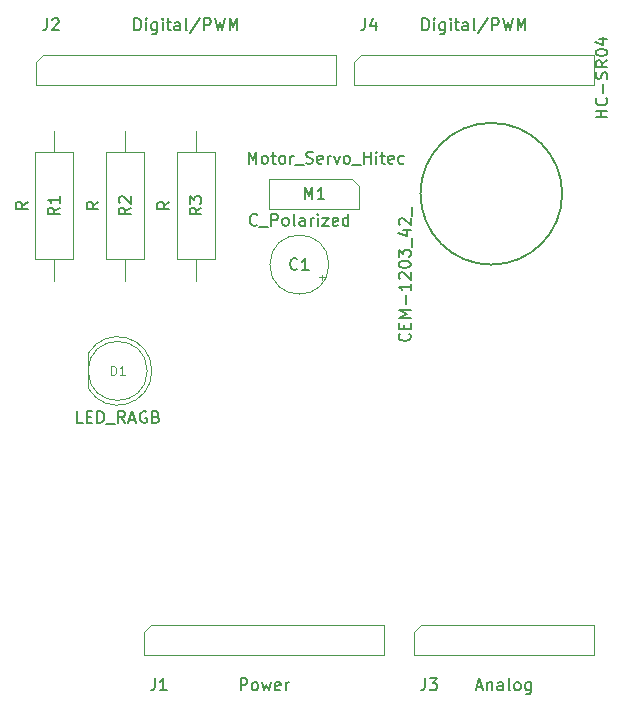
<source format=gbr>
%TF.GenerationSoftware,KiCad,Pcbnew,9.0.0*%
%TF.CreationDate,2025-03-02T04:05:25-07:00*%
%TF.ProjectId,bubble_detector_v2.1,62756262-6c65-45f6-9465-746563746f72,2.1*%
%TF.SameCoordinates,Original*%
%TF.FileFunction,AssemblyDrawing,Top*%
%FSLAX46Y46*%
G04 Gerber Fmt 4.6, Leading zero omitted, Abs format (unit mm)*
G04 Created by KiCad (PCBNEW 9.0.0) date 2025-03-02 04:05:25*
%MOMM*%
%LPD*%
G01*
G04 APERTURE LIST*
%ADD10C,0.150000*%
%ADD11C,0.120000*%
%ADD12C,0.100000*%
%ADD13C,0.127000*%
G04 APERTURE END LIST*
D10*
X121178570Y-62609580D02*
X121130951Y-62657200D01*
X121130951Y-62657200D02*
X120988094Y-62704819D01*
X120988094Y-62704819D02*
X120892856Y-62704819D01*
X120892856Y-62704819D02*
X120749999Y-62657200D01*
X120749999Y-62657200D02*
X120654761Y-62561961D01*
X120654761Y-62561961D02*
X120607142Y-62466723D01*
X120607142Y-62466723D02*
X120559523Y-62276247D01*
X120559523Y-62276247D02*
X120559523Y-62133390D01*
X120559523Y-62133390D02*
X120607142Y-61942914D01*
X120607142Y-61942914D02*
X120654761Y-61847676D01*
X120654761Y-61847676D02*
X120749999Y-61752438D01*
X120749999Y-61752438D02*
X120892856Y-61704819D01*
X120892856Y-61704819D02*
X120988094Y-61704819D01*
X120988094Y-61704819D02*
X121130951Y-61752438D01*
X121130951Y-61752438D02*
X121178570Y-61800057D01*
X121369047Y-62800057D02*
X122130951Y-62800057D01*
X122369047Y-62704819D02*
X122369047Y-61704819D01*
X122369047Y-61704819D02*
X122749999Y-61704819D01*
X122749999Y-61704819D02*
X122845237Y-61752438D01*
X122845237Y-61752438D02*
X122892856Y-61800057D01*
X122892856Y-61800057D02*
X122940475Y-61895295D01*
X122940475Y-61895295D02*
X122940475Y-62038152D01*
X122940475Y-62038152D02*
X122892856Y-62133390D01*
X122892856Y-62133390D02*
X122845237Y-62181009D01*
X122845237Y-62181009D02*
X122749999Y-62228628D01*
X122749999Y-62228628D02*
X122369047Y-62228628D01*
X123511904Y-62704819D02*
X123416666Y-62657200D01*
X123416666Y-62657200D02*
X123369047Y-62609580D01*
X123369047Y-62609580D02*
X123321428Y-62514342D01*
X123321428Y-62514342D02*
X123321428Y-62228628D01*
X123321428Y-62228628D02*
X123369047Y-62133390D01*
X123369047Y-62133390D02*
X123416666Y-62085771D01*
X123416666Y-62085771D02*
X123511904Y-62038152D01*
X123511904Y-62038152D02*
X123654761Y-62038152D01*
X123654761Y-62038152D02*
X123749999Y-62085771D01*
X123749999Y-62085771D02*
X123797618Y-62133390D01*
X123797618Y-62133390D02*
X123845237Y-62228628D01*
X123845237Y-62228628D02*
X123845237Y-62514342D01*
X123845237Y-62514342D02*
X123797618Y-62609580D01*
X123797618Y-62609580D02*
X123749999Y-62657200D01*
X123749999Y-62657200D02*
X123654761Y-62704819D01*
X123654761Y-62704819D02*
X123511904Y-62704819D01*
X124416666Y-62704819D02*
X124321428Y-62657200D01*
X124321428Y-62657200D02*
X124273809Y-62561961D01*
X124273809Y-62561961D02*
X124273809Y-61704819D01*
X125226190Y-62704819D02*
X125226190Y-62181009D01*
X125226190Y-62181009D02*
X125178571Y-62085771D01*
X125178571Y-62085771D02*
X125083333Y-62038152D01*
X125083333Y-62038152D02*
X124892857Y-62038152D01*
X124892857Y-62038152D02*
X124797619Y-62085771D01*
X125226190Y-62657200D02*
X125130952Y-62704819D01*
X125130952Y-62704819D02*
X124892857Y-62704819D01*
X124892857Y-62704819D02*
X124797619Y-62657200D01*
X124797619Y-62657200D02*
X124750000Y-62561961D01*
X124750000Y-62561961D02*
X124750000Y-62466723D01*
X124750000Y-62466723D02*
X124797619Y-62371485D01*
X124797619Y-62371485D02*
X124892857Y-62323866D01*
X124892857Y-62323866D02*
X125130952Y-62323866D01*
X125130952Y-62323866D02*
X125226190Y-62276247D01*
X125702381Y-62704819D02*
X125702381Y-62038152D01*
X125702381Y-62228628D02*
X125750000Y-62133390D01*
X125750000Y-62133390D02*
X125797619Y-62085771D01*
X125797619Y-62085771D02*
X125892857Y-62038152D01*
X125892857Y-62038152D02*
X125988095Y-62038152D01*
X126321429Y-62704819D02*
X126321429Y-62038152D01*
X126321429Y-61704819D02*
X126273810Y-61752438D01*
X126273810Y-61752438D02*
X126321429Y-61800057D01*
X126321429Y-61800057D02*
X126369048Y-61752438D01*
X126369048Y-61752438D02*
X126321429Y-61704819D01*
X126321429Y-61704819D02*
X126321429Y-61800057D01*
X126702381Y-62038152D02*
X127226190Y-62038152D01*
X127226190Y-62038152D02*
X126702381Y-62704819D01*
X126702381Y-62704819D02*
X127226190Y-62704819D01*
X127988095Y-62657200D02*
X127892857Y-62704819D01*
X127892857Y-62704819D02*
X127702381Y-62704819D01*
X127702381Y-62704819D02*
X127607143Y-62657200D01*
X127607143Y-62657200D02*
X127559524Y-62561961D01*
X127559524Y-62561961D02*
X127559524Y-62181009D01*
X127559524Y-62181009D02*
X127607143Y-62085771D01*
X127607143Y-62085771D02*
X127702381Y-62038152D01*
X127702381Y-62038152D02*
X127892857Y-62038152D01*
X127892857Y-62038152D02*
X127988095Y-62085771D01*
X127988095Y-62085771D02*
X128035714Y-62181009D01*
X128035714Y-62181009D02*
X128035714Y-62276247D01*
X128035714Y-62276247D02*
X127559524Y-62371485D01*
X128892857Y-62704819D02*
X128892857Y-61704819D01*
X128892857Y-62657200D02*
X128797619Y-62704819D01*
X128797619Y-62704819D02*
X128607143Y-62704819D01*
X128607143Y-62704819D02*
X128511905Y-62657200D01*
X128511905Y-62657200D02*
X128464286Y-62609580D01*
X128464286Y-62609580D02*
X128416667Y-62514342D01*
X128416667Y-62514342D02*
X128416667Y-62228628D01*
X128416667Y-62228628D02*
X128464286Y-62133390D01*
X128464286Y-62133390D02*
X128511905Y-62085771D01*
X128511905Y-62085771D02*
X128607143Y-62038152D01*
X128607143Y-62038152D02*
X128797619Y-62038152D01*
X128797619Y-62038152D02*
X128892857Y-62085771D01*
X124583333Y-66359580D02*
X124535714Y-66407200D01*
X124535714Y-66407200D02*
X124392857Y-66454819D01*
X124392857Y-66454819D02*
X124297619Y-66454819D01*
X124297619Y-66454819D02*
X124154762Y-66407200D01*
X124154762Y-66407200D02*
X124059524Y-66311961D01*
X124059524Y-66311961D02*
X124011905Y-66216723D01*
X124011905Y-66216723D02*
X123964286Y-66026247D01*
X123964286Y-66026247D02*
X123964286Y-65883390D01*
X123964286Y-65883390D02*
X124011905Y-65692914D01*
X124011905Y-65692914D02*
X124059524Y-65597676D01*
X124059524Y-65597676D02*
X124154762Y-65502438D01*
X124154762Y-65502438D02*
X124297619Y-65454819D01*
X124297619Y-65454819D02*
X124392857Y-65454819D01*
X124392857Y-65454819D02*
X124535714Y-65502438D01*
X124535714Y-65502438D02*
X124583333Y-65550057D01*
X125535714Y-66454819D02*
X124964286Y-66454819D01*
X125250000Y-66454819D02*
X125250000Y-65454819D01*
X125250000Y-65454819D02*
X125154762Y-65597676D01*
X125154762Y-65597676D02*
X125059524Y-65692914D01*
X125059524Y-65692914D02*
X124964286Y-65740533D01*
X120452380Y-57454819D02*
X120452380Y-56454819D01*
X120452380Y-56454819D02*
X120785713Y-57169104D01*
X120785713Y-57169104D02*
X121119046Y-56454819D01*
X121119046Y-56454819D02*
X121119046Y-57454819D01*
X121738094Y-57454819D02*
X121642856Y-57407200D01*
X121642856Y-57407200D02*
X121595237Y-57359580D01*
X121595237Y-57359580D02*
X121547618Y-57264342D01*
X121547618Y-57264342D02*
X121547618Y-56978628D01*
X121547618Y-56978628D02*
X121595237Y-56883390D01*
X121595237Y-56883390D02*
X121642856Y-56835771D01*
X121642856Y-56835771D02*
X121738094Y-56788152D01*
X121738094Y-56788152D02*
X121880951Y-56788152D01*
X121880951Y-56788152D02*
X121976189Y-56835771D01*
X121976189Y-56835771D02*
X122023808Y-56883390D01*
X122023808Y-56883390D02*
X122071427Y-56978628D01*
X122071427Y-56978628D02*
X122071427Y-57264342D01*
X122071427Y-57264342D02*
X122023808Y-57359580D01*
X122023808Y-57359580D02*
X121976189Y-57407200D01*
X121976189Y-57407200D02*
X121880951Y-57454819D01*
X121880951Y-57454819D02*
X121738094Y-57454819D01*
X122357142Y-56788152D02*
X122738094Y-56788152D01*
X122499999Y-56454819D02*
X122499999Y-57311961D01*
X122499999Y-57311961D02*
X122547618Y-57407200D01*
X122547618Y-57407200D02*
X122642856Y-57454819D01*
X122642856Y-57454819D02*
X122738094Y-57454819D01*
X123214285Y-57454819D02*
X123119047Y-57407200D01*
X123119047Y-57407200D02*
X123071428Y-57359580D01*
X123071428Y-57359580D02*
X123023809Y-57264342D01*
X123023809Y-57264342D02*
X123023809Y-56978628D01*
X123023809Y-56978628D02*
X123071428Y-56883390D01*
X123071428Y-56883390D02*
X123119047Y-56835771D01*
X123119047Y-56835771D02*
X123214285Y-56788152D01*
X123214285Y-56788152D02*
X123357142Y-56788152D01*
X123357142Y-56788152D02*
X123452380Y-56835771D01*
X123452380Y-56835771D02*
X123499999Y-56883390D01*
X123499999Y-56883390D02*
X123547618Y-56978628D01*
X123547618Y-56978628D02*
X123547618Y-57264342D01*
X123547618Y-57264342D02*
X123499999Y-57359580D01*
X123499999Y-57359580D02*
X123452380Y-57407200D01*
X123452380Y-57407200D02*
X123357142Y-57454819D01*
X123357142Y-57454819D02*
X123214285Y-57454819D01*
X123976190Y-57454819D02*
X123976190Y-56788152D01*
X123976190Y-56978628D02*
X124023809Y-56883390D01*
X124023809Y-56883390D02*
X124071428Y-56835771D01*
X124071428Y-56835771D02*
X124166666Y-56788152D01*
X124166666Y-56788152D02*
X124261904Y-56788152D01*
X124357143Y-57550057D02*
X125119047Y-57550057D01*
X125309524Y-57407200D02*
X125452381Y-57454819D01*
X125452381Y-57454819D02*
X125690476Y-57454819D01*
X125690476Y-57454819D02*
X125785714Y-57407200D01*
X125785714Y-57407200D02*
X125833333Y-57359580D01*
X125833333Y-57359580D02*
X125880952Y-57264342D01*
X125880952Y-57264342D02*
X125880952Y-57169104D01*
X125880952Y-57169104D02*
X125833333Y-57073866D01*
X125833333Y-57073866D02*
X125785714Y-57026247D01*
X125785714Y-57026247D02*
X125690476Y-56978628D01*
X125690476Y-56978628D02*
X125500000Y-56931009D01*
X125500000Y-56931009D02*
X125404762Y-56883390D01*
X125404762Y-56883390D02*
X125357143Y-56835771D01*
X125357143Y-56835771D02*
X125309524Y-56740533D01*
X125309524Y-56740533D02*
X125309524Y-56645295D01*
X125309524Y-56645295D02*
X125357143Y-56550057D01*
X125357143Y-56550057D02*
X125404762Y-56502438D01*
X125404762Y-56502438D02*
X125500000Y-56454819D01*
X125500000Y-56454819D02*
X125738095Y-56454819D01*
X125738095Y-56454819D02*
X125880952Y-56502438D01*
X126690476Y-57407200D02*
X126595238Y-57454819D01*
X126595238Y-57454819D02*
X126404762Y-57454819D01*
X126404762Y-57454819D02*
X126309524Y-57407200D01*
X126309524Y-57407200D02*
X126261905Y-57311961D01*
X126261905Y-57311961D02*
X126261905Y-56931009D01*
X126261905Y-56931009D02*
X126309524Y-56835771D01*
X126309524Y-56835771D02*
X126404762Y-56788152D01*
X126404762Y-56788152D02*
X126595238Y-56788152D01*
X126595238Y-56788152D02*
X126690476Y-56835771D01*
X126690476Y-56835771D02*
X126738095Y-56931009D01*
X126738095Y-56931009D02*
X126738095Y-57026247D01*
X126738095Y-57026247D02*
X126261905Y-57121485D01*
X127166667Y-57454819D02*
X127166667Y-56788152D01*
X127166667Y-56978628D02*
X127214286Y-56883390D01*
X127214286Y-56883390D02*
X127261905Y-56835771D01*
X127261905Y-56835771D02*
X127357143Y-56788152D01*
X127357143Y-56788152D02*
X127452381Y-56788152D01*
X127690477Y-56788152D02*
X127928572Y-57454819D01*
X127928572Y-57454819D02*
X128166667Y-56788152D01*
X128690477Y-57454819D02*
X128595239Y-57407200D01*
X128595239Y-57407200D02*
X128547620Y-57359580D01*
X128547620Y-57359580D02*
X128500001Y-57264342D01*
X128500001Y-57264342D02*
X128500001Y-56978628D01*
X128500001Y-56978628D02*
X128547620Y-56883390D01*
X128547620Y-56883390D02*
X128595239Y-56835771D01*
X128595239Y-56835771D02*
X128690477Y-56788152D01*
X128690477Y-56788152D02*
X128833334Y-56788152D01*
X128833334Y-56788152D02*
X128928572Y-56835771D01*
X128928572Y-56835771D02*
X128976191Y-56883390D01*
X128976191Y-56883390D02*
X129023810Y-56978628D01*
X129023810Y-56978628D02*
X129023810Y-57264342D01*
X129023810Y-57264342D02*
X128976191Y-57359580D01*
X128976191Y-57359580D02*
X128928572Y-57407200D01*
X128928572Y-57407200D02*
X128833334Y-57454819D01*
X128833334Y-57454819D02*
X128690477Y-57454819D01*
X129214287Y-57550057D02*
X129976191Y-57550057D01*
X130214287Y-57454819D02*
X130214287Y-56454819D01*
X130214287Y-56931009D02*
X130785715Y-56931009D01*
X130785715Y-57454819D02*
X130785715Y-56454819D01*
X131261906Y-57454819D02*
X131261906Y-56788152D01*
X131261906Y-56454819D02*
X131214287Y-56502438D01*
X131214287Y-56502438D02*
X131261906Y-56550057D01*
X131261906Y-56550057D02*
X131309525Y-56502438D01*
X131309525Y-56502438D02*
X131261906Y-56454819D01*
X131261906Y-56454819D02*
X131261906Y-56550057D01*
X131595239Y-56788152D02*
X131976191Y-56788152D01*
X131738096Y-56454819D02*
X131738096Y-57311961D01*
X131738096Y-57311961D02*
X131785715Y-57407200D01*
X131785715Y-57407200D02*
X131880953Y-57454819D01*
X131880953Y-57454819D02*
X131976191Y-57454819D01*
X132690477Y-57407200D02*
X132595239Y-57454819D01*
X132595239Y-57454819D02*
X132404763Y-57454819D01*
X132404763Y-57454819D02*
X132309525Y-57407200D01*
X132309525Y-57407200D02*
X132261906Y-57311961D01*
X132261906Y-57311961D02*
X132261906Y-56931009D01*
X132261906Y-56931009D02*
X132309525Y-56835771D01*
X132309525Y-56835771D02*
X132404763Y-56788152D01*
X132404763Y-56788152D02*
X132595239Y-56788152D01*
X132595239Y-56788152D02*
X132690477Y-56835771D01*
X132690477Y-56835771D02*
X132738096Y-56931009D01*
X132738096Y-56931009D02*
X132738096Y-57026247D01*
X132738096Y-57026247D02*
X132261906Y-57121485D01*
X133595239Y-57407200D02*
X133500001Y-57454819D01*
X133500001Y-57454819D02*
X133309525Y-57454819D01*
X133309525Y-57454819D02*
X133214287Y-57407200D01*
X133214287Y-57407200D02*
X133166668Y-57359580D01*
X133166668Y-57359580D02*
X133119049Y-57264342D01*
X133119049Y-57264342D02*
X133119049Y-56978628D01*
X133119049Y-56978628D02*
X133166668Y-56883390D01*
X133166668Y-56883390D02*
X133214287Y-56835771D01*
X133214287Y-56835771D02*
X133309525Y-56788152D01*
X133309525Y-56788152D02*
X133500001Y-56788152D01*
X133500001Y-56788152D02*
X133595239Y-56835771D01*
X125190476Y-60454819D02*
X125190476Y-59454819D01*
X125190476Y-59454819D02*
X125523809Y-60169104D01*
X125523809Y-60169104D02*
X125857142Y-59454819D01*
X125857142Y-59454819D02*
X125857142Y-60454819D01*
X126857142Y-60454819D02*
X126285714Y-60454819D01*
X126571428Y-60454819D02*
X126571428Y-59454819D01*
X126571428Y-59454819D02*
X126476190Y-59597676D01*
X126476190Y-59597676D02*
X126380952Y-59692914D01*
X126380952Y-59692914D02*
X126285714Y-59740533D01*
X113734819Y-60690476D02*
X113258628Y-61023809D01*
X113734819Y-61261904D02*
X112734819Y-61261904D01*
X112734819Y-61261904D02*
X112734819Y-60880952D01*
X112734819Y-60880952D02*
X112782438Y-60785714D01*
X112782438Y-60785714D02*
X112830057Y-60738095D01*
X112830057Y-60738095D02*
X112925295Y-60690476D01*
X112925295Y-60690476D02*
X113068152Y-60690476D01*
X113068152Y-60690476D02*
X113163390Y-60738095D01*
X113163390Y-60738095D02*
X113211009Y-60785714D01*
X113211009Y-60785714D02*
X113258628Y-60880952D01*
X113258628Y-60880952D02*
X113258628Y-61261904D01*
X116454819Y-61166666D02*
X115978628Y-61499999D01*
X116454819Y-61738094D02*
X115454819Y-61738094D01*
X115454819Y-61738094D02*
X115454819Y-61357142D01*
X115454819Y-61357142D02*
X115502438Y-61261904D01*
X115502438Y-61261904D02*
X115550057Y-61214285D01*
X115550057Y-61214285D02*
X115645295Y-61166666D01*
X115645295Y-61166666D02*
X115788152Y-61166666D01*
X115788152Y-61166666D02*
X115883390Y-61214285D01*
X115883390Y-61214285D02*
X115931009Y-61261904D01*
X115931009Y-61261904D02*
X115978628Y-61357142D01*
X115978628Y-61357142D02*
X115978628Y-61738094D01*
X115454819Y-60833332D02*
X115454819Y-60214285D01*
X115454819Y-60214285D02*
X115835771Y-60547618D01*
X115835771Y-60547618D02*
X115835771Y-60404761D01*
X115835771Y-60404761D02*
X115883390Y-60309523D01*
X115883390Y-60309523D02*
X115931009Y-60261904D01*
X115931009Y-60261904D02*
X116026247Y-60214285D01*
X116026247Y-60214285D02*
X116264342Y-60214285D01*
X116264342Y-60214285D02*
X116359580Y-60261904D01*
X116359580Y-60261904D02*
X116407200Y-60309523D01*
X116407200Y-60309523D02*
X116454819Y-60404761D01*
X116454819Y-60404761D02*
X116454819Y-60690475D01*
X116454819Y-60690475D02*
X116407200Y-60785713D01*
X116407200Y-60785713D02*
X116359580Y-60833332D01*
X107734819Y-60690476D02*
X107258628Y-61023809D01*
X107734819Y-61261904D02*
X106734819Y-61261904D01*
X106734819Y-61261904D02*
X106734819Y-60880952D01*
X106734819Y-60880952D02*
X106782438Y-60785714D01*
X106782438Y-60785714D02*
X106830057Y-60738095D01*
X106830057Y-60738095D02*
X106925295Y-60690476D01*
X106925295Y-60690476D02*
X107068152Y-60690476D01*
X107068152Y-60690476D02*
X107163390Y-60738095D01*
X107163390Y-60738095D02*
X107211009Y-60785714D01*
X107211009Y-60785714D02*
X107258628Y-60880952D01*
X107258628Y-60880952D02*
X107258628Y-61261904D01*
X110454819Y-61166666D02*
X109978628Y-61499999D01*
X110454819Y-61738094D02*
X109454819Y-61738094D01*
X109454819Y-61738094D02*
X109454819Y-61357142D01*
X109454819Y-61357142D02*
X109502438Y-61261904D01*
X109502438Y-61261904D02*
X109550057Y-61214285D01*
X109550057Y-61214285D02*
X109645295Y-61166666D01*
X109645295Y-61166666D02*
X109788152Y-61166666D01*
X109788152Y-61166666D02*
X109883390Y-61214285D01*
X109883390Y-61214285D02*
X109931009Y-61261904D01*
X109931009Y-61261904D02*
X109978628Y-61357142D01*
X109978628Y-61357142D02*
X109978628Y-61738094D01*
X109550057Y-60785713D02*
X109502438Y-60738094D01*
X109502438Y-60738094D02*
X109454819Y-60642856D01*
X109454819Y-60642856D02*
X109454819Y-60404761D01*
X109454819Y-60404761D02*
X109502438Y-60309523D01*
X109502438Y-60309523D02*
X109550057Y-60261904D01*
X109550057Y-60261904D02*
X109645295Y-60214285D01*
X109645295Y-60214285D02*
X109740533Y-60214285D01*
X109740533Y-60214285D02*
X109883390Y-60261904D01*
X109883390Y-60261904D02*
X110454819Y-60833332D01*
X110454819Y-60833332D02*
X110454819Y-60214285D01*
X101734819Y-60690476D02*
X101258628Y-61023809D01*
X101734819Y-61261904D02*
X100734819Y-61261904D01*
X100734819Y-61261904D02*
X100734819Y-60880952D01*
X100734819Y-60880952D02*
X100782438Y-60785714D01*
X100782438Y-60785714D02*
X100830057Y-60738095D01*
X100830057Y-60738095D02*
X100925295Y-60690476D01*
X100925295Y-60690476D02*
X101068152Y-60690476D01*
X101068152Y-60690476D02*
X101163390Y-60738095D01*
X101163390Y-60738095D02*
X101211009Y-60785714D01*
X101211009Y-60785714D02*
X101258628Y-60880952D01*
X101258628Y-60880952D02*
X101258628Y-61261904D01*
X104454819Y-61166666D02*
X103978628Y-61499999D01*
X104454819Y-61738094D02*
X103454819Y-61738094D01*
X103454819Y-61738094D02*
X103454819Y-61357142D01*
X103454819Y-61357142D02*
X103502438Y-61261904D01*
X103502438Y-61261904D02*
X103550057Y-61214285D01*
X103550057Y-61214285D02*
X103645295Y-61166666D01*
X103645295Y-61166666D02*
X103788152Y-61166666D01*
X103788152Y-61166666D02*
X103883390Y-61214285D01*
X103883390Y-61214285D02*
X103931009Y-61261904D01*
X103931009Y-61261904D02*
X103978628Y-61357142D01*
X103978628Y-61357142D02*
X103978628Y-61738094D01*
X104454819Y-60214285D02*
X104454819Y-60785713D01*
X104454819Y-60499999D02*
X103454819Y-60499999D01*
X103454819Y-60499999D02*
X103597676Y-60595237D01*
X103597676Y-60595237D02*
X103692914Y-60690475D01*
X103692914Y-60690475D02*
X103740533Y-60785713D01*
X119773809Y-102034819D02*
X119773809Y-101034819D01*
X119773809Y-101034819D02*
X120154761Y-101034819D01*
X120154761Y-101034819D02*
X120249999Y-101082438D01*
X120249999Y-101082438D02*
X120297618Y-101130057D01*
X120297618Y-101130057D02*
X120345237Y-101225295D01*
X120345237Y-101225295D02*
X120345237Y-101368152D01*
X120345237Y-101368152D02*
X120297618Y-101463390D01*
X120297618Y-101463390D02*
X120249999Y-101511009D01*
X120249999Y-101511009D02*
X120154761Y-101558628D01*
X120154761Y-101558628D02*
X119773809Y-101558628D01*
X120916666Y-102034819D02*
X120821428Y-101987200D01*
X120821428Y-101987200D02*
X120773809Y-101939580D01*
X120773809Y-101939580D02*
X120726190Y-101844342D01*
X120726190Y-101844342D02*
X120726190Y-101558628D01*
X120726190Y-101558628D02*
X120773809Y-101463390D01*
X120773809Y-101463390D02*
X120821428Y-101415771D01*
X120821428Y-101415771D02*
X120916666Y-101368152D01*
X120916666Y-101368152D02*
X121059523Y-101368152D01*
X121059523Y-101368152D02*
X121154761Y-101415771D01*
X121154761Y-101415771D02*
X121202380Y-101463390D01*
X121202380Y-101463390D02*
X121249999Y-101558628D01*
X121249999Y-101558628D02*
X121249999Y-101844342D01*
X121249999Y-101844342D02*
X121202380Y-101939580D01*
X121202380Y-101939580D02*
X121154761Y-101987200D01*
X121154761Y-101987200D02*
X121059523Y-102034819D01*
X121059523Y-102034819D02*
X120916666Y-102034819D01*
X121583333Y-101368152D02*
X121773809Y-102034819D01*
X121773809Y-102034819D02*
X121964285Y-101558628D01*
X121964285Y-101558628D02*
X122154761Y-102034819D01*
X122154761Y-102034819D02*
X122345237Y-101368152D01*
X123107142Y-101987200D02*
X123011904Y-102034819D01*
X123011904Y-102034819D02*
X122821428Y-102034819D01*
X122821428Y-102034819D02*
X122726190Y-101987200D01*
X122726190Y-101987200D02*
X122678571Y-101891961D01*
X122678571Y-101891961D02*
X122678571Y-101511009D01*
X122678571Y-101511009D02*
X122726190Y-101415771D01*
X122726190Y-101415771D02*
X122821428Y-101368152D01*
X122821428Y-101368152D02*
X123011904Y-101368152D01*
X123011904Y-101368152D02*
X123107142Y-101415771D01*
X123107142Y-101415771D02*
X123154761Y-101511009D01*
X123154761Y-101511009D02*
X123154761Y-101606247D01*
X123154761Y-101606247D02*
X122678571Y-101701485D01*
X123583333Y-102034819D02*
X123583333Y-101368152D01*
X123583333Y-101558628D02*
X123630952Y-101463390D01*
X123630952Y-101463390D02*
X123678571Y-101415771D01*
X123678571Y-101415771D02*
X123773809Y-101368152D01*
X123773809Y-101368152D02*
X123869047Y-101368152D01*
X112526666Y-101034819D02*
X112526666Y-101749104D01*
X112526666Y-101749104D02*
X112479047Y-101891961D01*
X112479047Y-101891961D02*
X112383809Y-101987200D01*
X112383809Y-101987200D02*
X112240952Y-102034819D01*
X112240952Y-102034819D02*
X112145714Y-102034819D01*
X113526666Y-102034819D02*
X112955238Y-102034819D01*
X113240952Y-102034819D02*
X113240952Y-101034819D01*
X113240952Y-101034819D02*
X113145714Y-101177676D01*
X113145714Y-101177676D02*
X113050476Y-101272914D01*
X113050476Y-101272914D02*
X112955238Y-101320533D01*
X139760476Y-101749104D02*
X140236666Y-101749104D01*
X139665238Y-102034819D02*
X139998571Y-101034819D01*
X139998571Y-101034819D02*
X140331904Y-102034819D01*
X140665238Y-101368152D02*
X140665238Y-102034819D01*
X140665238Y-101463390D02*
X140712857Y-101415771D01*
X140712857Y-101415771D02*
X140808095Y-101368152D01*
X140808095Y-101368152D02*
X140950952Y-101368152D01*
X140950952Y-101368152D02*
X141046190Y-101415771D01*
X141046190Y-101415771D02*
X141093809Y-101511009D01*
X141093809Y-101511009D02*
X141093809Y-102034819D01*
X141998571Y-102034819D02*
X141998571Y-101511009D01*
X141998571Y-101511009D02*
X141950952Y-101415771D01*
X141950952Y-101415771D02*
X141855714Y-101368152D01*
X141855714Y-101368152D02*
X141665238Y-101368152D01*
X141665238Y-101368152D02*
X141570000Y-101415771D01*
X141998571Y-101987200D02*
X141903333Y-102034819D01*
X141903333Y-102034819D02*
X141665238Y-102034819D01*
X141665238Y-102034819D02*
X141570000Y-101987200D01*
X141570000Y-101987200D02*
X141522381Y-101891961D01*
X141522381Y-101891961D02*
X141522381Y-101796723D01*
X141522381Y-101796723D02*
X141570000Y-101701485D01*
X141570000Y-101701485D02*
X141665238Y-101653866D01*
X141665238Y-101653866D02*
X141903333Y-101653866D01*
X141903333Y-101653866D02*
X141998571Y-101606247D01*
X142617619Y-102034819D02*
X142522381Y-101987200D01*
X142522381Y-101987200D02*
X142474762Y-101891961D01*
X142474762Y-101891961D02*
X142474762Y-101034819D01*
X143141429Y-102034819D02*
X143046191Y-101987200D01*
X143046191Y-101987200D02*
X142998572Y-101939580D01*
X142998572Y-101939580D02*
X142950953Y-101844342D01*
X142950953Y-101844342D02*
X142950953Y-101558628D01*
X142950953Y-101558628D02*
X142998572Y-101463390D01*
X142998572Y-101463390D02*
X143046191Y-101415771D01*
X143046191Y-101415771D02*
X143141429Y-101368152D01*
X143141429Y-101368152D02*
X143284286Y-101368152D01*
X143284286Y-101368152D02*
X143379524Y-101415771D01*
X143379524Y-101415771D02*
X143427143Y-101463390D01*
X143427143Y-101463390D02*
X143474762Y-101558628D01*
X143474762Y-101558628D02*
X143474762Y-101844342D01*
X143474762Y-101844342D02*
X143427143Y-101939580D01*
X143427143Y-101939580D02*
X143379524Y-101987200D01*
X143379524Y-101987200D02*
X143284286Y-102034819D01*
X143284286Y-102034819D02*
X143141429Y-102034819D01*
X144331905Y-101368152D02*
X144331905Y-102177676D01*
X144331905Y-102177676D02*
X144284286Y-102272914D01*
X144284286Y-102272914D02*
X144236667Y-102320533D01*
X144236667Y-102320533D02*
X144141429Y-102368152D01*
X144141429Y-102368152D02*
X143998572Y-102368152D01*
X143998572Y-102368152D02*
X143903334Y-102320533D01*
X144331905Y-101987200D02*
X144236667Y-102034819D01*
X144236667Y-102034819D02*
X144046191Y-102034819D01*
X144046191Y-102034819D02*
X143950953Y-101987200D01*
X143950953Y-101987200D02*
X143903334Y-101939580D01*
X143903334Y-101939580D02*
X143855715Y-101844342D01*
X143855715Y-101844342D02*
X143855715Y-101558628D01*
X143855715Y-101558628D02*
X143903334Y-101463390D01*
X143903334Y-101463390D02*
X143950953Y-101415771D01*
X143950953Y-101415771D02*
X144046191Y-101368152D01*
X144046191Y-101368152D02*
X144236667Y-101368152D01*
X144236667Y-101368152D02*
X144331905Y-101415771D01*
X135386666Y-101034819D02*
X135386666Y-101749104D01*
X135386666Y-101749104D02*
X135339047Y-101891961D01*
X135339047Y-101891961D02*
X135243809Y-101987200D01*
X135243809Y-101987200D02*
X135100952Y-102034819D01*
X135100952Y-102034819D02*
X135005714Y-102034819D01*
X135767619Y-101034819D02*
X136386666Y-101034819D01*
X136386666Y-101034819D02*
X136053333Y-101415771D01*
X136053333Y-101415771D02*
X136196190Y-101415771D01*
X136196190Y-101415771D02*
X136291428Y-101463390D01*
X136291428Y-101463390D02*
X136339047Y-101511009D01*
X136339047Y-101511009D02*
X136386666Y-101606247D01*
X136386666Y-101606247D02*
X136386666Y-101844342D01*
X136386666Y-101844342D02*
X136339047Y-101939580D01*
X136339047Y-101939580D02*
X136291428Y-101987200D01*
X136291428Y-101987200D02*
X136196190Y-102034819D01*
X136196190Y-102034819D02*
X135910476Y-102034819D01*
X135910476Y-102034819D02*
X135815238Y-101987200D01*
X135815238Y-101987200D02*
X135767619Y-101939580D01*
X110788857Y-46154819D02*
X110788857Y-45154819D01*
X110788857Y-45154819D02*
X111026952Y-45154819D01*
X111026952Y-45154819D02*
X111169809Y-45202438D01*
X111169809Y-45202438D02*
X111265047Y-45297676D01*
X111265047Y-45297676D02*
X111312666Y-45392914D01*
X111312666Y-45392914D02*
X111360285Y-45583390D01*
X111360285Y-45583390D02*
X111360285Y-45726247D01*
X111360285Y-45726247D02*
X111312666Y-45916723D01*
X111312666Y-45916723D02*
X111265047Y-46011961D01*
X111265047Y-46011961D02*
X111169809Y-46107200D01*
X111169809Y-46107200D02*
X111026952Y-46154819D01*
X111026952Y-46154819D02*
X110788857Y-46154819D01*
X111788857Y-46154819D02*
X111788857Y-45488152D01*
X111788857Y-45154819D02*
X111741238Y-45202438D01*
X111741238Y-45202438D02*
X111788857Y-45250057D01*
X111788857Y-45250057D02*
X111836476Y-45202438D01*
X111836476Y-45202438D02*
X111788857Y-45154819D01*
X111788857Y-45154819D02*
X111788857Y-45250057D01*
X112693618Y-45488152D02*
X112693618Y-46297676D01*
X112693618Y-46297676D02*
X112645999Y-46392914D01*
X112645999Y-46392914D02*
X112598380Y-46440533D01*
X112598380Y-46440533D02*
X112503142Y-46488152D01*
X112503142Y-46488152D02*
X112360285Y-46488152D01*
X112360285Y-46488152D02*
X112265047Y-46440533D01*
X112693618Y-46107200D02*
X112598380Y-46154819D01*
X112598380Y-46154819D02*
X112407904Y-46154819D01*
X112407904Y-46154819D02*
X112312666Y-46107200D01*
X112312666Y-46107200D02*
X112265047Y-46059580D01*
X112265047Y-46059580D02*
X112217428Y-45964342D01*
X112217428Y-45964342D02*
X112217428Y-45678628D01*
X112217428Y-45678628D02*
X112265047Y-45583390D01*
X112265047Y-45583390D02*
X112312666Y-45535771D01*
X112312666Y-45535771D02*
X112407904Y-45488152D01*
X112407904Y-45488152D02*
X112598380Y-45488152D01*
X112598380Y-45488152D02*
X112693618Y-45535771D01*
X113169809Y-46154819D02*
X113169809Y-45488152D01*
X113169809Y-45154819D02*
X113122190Y-45202438D01*
X113122190Y-45202438D02*
X113169809Y-45250057D01*
X113169809Y-45250057D02*
X113217428Y-45202438D01*
X113217428Y-45202438D02*
X113169809Y-45154819D01*
X113169809Y-45154819D02*
X113169809Y-45250057D01*
X113503142Y-45488152D02*
X113884094Y-45488152D01*
X113645999Y-45154819D02*
X113645999Y-46011961D01*
X113645999Y-46011961D02*
X113693618Y-46107200D01*
X113693618Y-46107200D02*
X113788856Y-46154819D01*
X113788856Y-46154819D02*
X113884094Y-46154819D01*
X114645999Y-46154819D02*
X114645999Y-45631009D01*
X114645999Y-45631009D02*
X114598380Y-45535771D01*
X114598380Y-45535771D02*
X114503142Y-45488152D01*
X114503142Y-45488152D02*
X114312666Y-45488152D01*
X114312666Y-45488152D02*
X114217428Y-45535771D01*
X114645999Y-46107200D02*
X114550761Y-46154819D01*
X114550761Y-46154819D02*
X114312666Y-46154819D01*
X114312666Y-46154819D02*
X114217428Y-46107200D01*
X114217428Y-46107200D02*
X114169809Y-46011961D01*
X114169809Y-46011961D02*
X114169809Y-45916723D01*
X114169809Y-45916723D02*
X114217428Y-45821485D01*
X114217428Y-45821485D02*
X114312666Y-45773866D01*
X114312666Y-45773866D02*
X114550761Y-45773866D01*
X114550761Y-45773866D02*
X114645999Y-45726247D01*
X115265047Y-46154819D02*
X115169809Y-46107200D01*
X115169809Y-46107200D02*
X115122190Y-46011961D01*
X115122190Y-46011961D02*
X115122190Y-45154819D01*
X116360285Y-45107200D02*
X115503143Y-46392914D01*
X116693619Y-46154819D02*
X116693619Y-45154819D01*
X116693619Y-45154819D02*
X117074571Y-45154819D01*
X117074571Y-45154819D02*
X117169809Y-45202438D01*
X117169809Y-45202438D02*
X117217428Y-45250057D01*
X117217428Y-45250057D02*
X117265047Y-45345295D01*
X117265047Y-45345295D02*
X117265047Y-45488152D01*
X117265047Y-45488152D02*
X117217428Y-45583390D01*
X117217428Y-45583390D02*
X117169809Y-45631009D01*
X117169809Y-45631009D02*
X117074571Y-45678628D01*
X117074571Y-45678628D02*
X116693619Y-45678628D01*
X117598381Y-45154819D02*
X117836476Y-46154819D01*
X117836476Y-46154819D02*
X118026952Y-45440533D01*
X118026952Y-45440533D02*
X118217428Y-46154819D01*
X118217428Y-46154819D02*
X118455524Y-45154819D01*
X118836476Y-46154819D02*
X118836476Y-45154819D01*
X118836476Y-45154819D02*
X119169809Y-45869104D01*
X119169809Y-45869104D02*
X119503142Y-45154819D01*
X119503142Y-45154819D02*
X119503142Y-46154819D01*
X103382666Y-45154819D02*
X103382666Y-45869104D01*
X103382666Y-45869104D02*
X103335047Y-46011961D01*
X103335047Y-46011961D02*
X103239809Y-46107200D01*
X103239809Y-46107200D02*
X103096952Y-46154819D01*
X103096952Y-46154819D02*
X103001714Y-46154819D01*
X103811238Y-45250057D02*
X103858857Y-45202438D01*
X103858857Y-45202438D02*
X103954095Y-45154819D01*
X103954095Y-45154819D02*
X104192190Y-45154819D01*
X104192190Y-45154819D02*
X104287428Y-45202438D01*
X104287428Y-45202438D02*
X104335047Y-45250057D01*
X104335047Y-45250057D02*
X104382666Y-45345295D01*
X104382666Y-45345295D02*
X104382666Y-45440533D01*
X104382666Y-45440533D02*
X104335047Y-45583390D01*
X104335047Y-45583390D02*
X103763619Y-46154819D01*
X103763619Y-46154819D02*
X104382666Y-46154819D01*
X135172857Y-46154819D02*
X135172857Y-45154819D01*
X135172857Y-45154819D02*
X135410952Y-45154819D01*
X135410952Y-45154819D02*
X135553809Y-45202438D01*
X135553809Y-45202438D02*
X135649047Y-45297676D01*
X135649047Y-45297676D02*
X135696666Y-45392914D01*
X135696666Y-45392914D02*
X135744285Y-45583390D01*
X135744285Y-45583390D02*
X135744285Y-45726247D01*
X135744285Y-45726247D02*
X135696666Y-45916723D01*
X135696666Y-45916723D02*
X135649047Y-46011961D01*
X135649047Y-46011961D02*
X135553809Y-46107200D01*
X135553809Y-46107200D02*
X135410952Y-46154819D01*
X135410952Y-46154819D02*
X135172857Y-46154819D01*
X136172857Y-46154819D02*
X136172857Y-45488152D01*
X136172857Y-45154819D02*
X136125238Y-45202438D01*
X136125238Y-45202438D02*
X136172857Y-45250057D01*
X136172857Y-45250057D02*
X136220476Y-45202438D01*
X136220476Y-45202438D02*
X136172857Y-45154819D01*
X136172857Y-45154819D02*
X136172857Y-45250057D01*
X137077618Y-45488152D02*
X137077618Y-46297676D01*
X137077618Y-46297676D02*
X137029999Y-46392914D01*
X137029999Y-46392914D02*
X136982380Y-46440533D01*
X136982380Y-46440533D02*
X136887142Y-46488152D01*
X136887142Y-46488152D02*
X136744285Y-46488152D01*
X136744285Y-46488152D02*
X136649047Y-46440533D01*
X137077618Y-46107200D02*
X136982380Y-46154819D01*
X136982380Y-46154819D02*
X136791904Y-46154819D01*
X136791904Y-46154819D02*
X136696666Y-46107200D01*
X136696666Y-46107200D02*
X136649047Y-46059580D01*
X136649047Y-46059580D02*
X136601428Y-45964342D01*
X136601428Y-45964342D02*
X136601428Y-45678628D01*
X136601428Y-45678628D02*
X136649047Y-45583390D01*
X136649047Y-45583390D02*
X136696666Y-45535771D01*
X136696666Y-45535771D02*
X136791904Y-45488152D01*
X136791904Y-45488152D02*
X136982380Y-45488152D01*
X136982380Y-45488152D02*
X137077618Y-45535771D01*
X137553809Y-46154819D02*
X137553809Y-45488152D01*
X137553809Y-45154819D02*
X137506190Y-45202438D01*
X137506190Y-45202438D02*
X137553809Y-45250057D01*
X137553809Y-45250057D02*
X137601428Y-45202438D01*
X137601428Y-45202438D02*
X137553809Y-45154819D01*
X137553809Y-45154819D02*
X137553809Y-45250057D01*
X137887142Y-45488152D02*
X138268094Y-45488152D01*
X138029999Y-45154819D02*
X138029999Y-46011961D01*
X138029999Y-46011961D02*
X138077618Y-46107200D01*
X138077618Y-46107200D02*
X138172856Y-46154819D01*
X138172856Y-46154819D02*
X138268094Y-46154819D01*
X139029999Y-46154819D02*
X139029999Y-45631009D01*
X139029999Y-45631009D02*
X138982380Y-45535771D01*
X138982380Y-45535771D02*
X138887142Y-45488152D01*
X138887142Y-45488152D02*
X138696666Y-45488152D01*
X138696666Y-45488152D02*
X138601428Y-45535771D01*
X139029999Y-46107200D02*
X138934761Y-46154819D01*
X138934761Y-46154819D02*
X138696666Y-46154819D01*
X138696666Y-46154819D02*
X138601428Y-46107200D01*
X138601428Y-46107200D02*
X138553809Y-46011961D01*
X138553809Y-46011961D02*
X138553809Y-45916723D01*
X138553809Y-45916723D02*
X138601428Y-45821485D01*
X138601428Y-45821485D02*
X138696666Y-45773866D01*
X138696666Y-45773866D02*
X138934761Y-45773866D01*
X138934761Y-45773866D02*
X139029999Y-45726247D01*
X139649047Y-46154819D02*
X139553809Y-46107200D01*
X139553809Y-46107200D02*
X139506190Y-46011961D01*
X139506190Y-46011961D02*
X139506190Y-45154819D01*
X140744285Y-45107200D02*
X139887143Y-46392914D01*
X141077619Y-46154819D02*
X141077619Y-45154819D01*
X141077619Y-45154819D02*
X141458571Y-45154819D01*
X141458571Y-45154819D02*
X141553809Y-45202438D01*
X141553809Y-45202438D02*
X141601428Y-45250057D01*
X141601428Y-45250057D02*
X141649047Y-45345295D01*
X141649047Y-45345295D02*
X141649047Y-45488152D01*
X141649047Y-45488152D02*
X141601428Y-45583390D01*
X141601428Y-45583390D02*
X141553809Y-45631009D01*
X141553809Y-45631009D02*
X141458571Y-45678628D01*
X141458571Y-45678628D02*
X141077619Y-45678628D01*
X141982381Y-45154819D02*
X142220476Y-46154819D01*
X142220476Y-46154819D02*
X142410952Y-45440533D01*
X142410952Y-45440533D02*
X142601428Y-46154819D01*
X142601428Y-46154819D02*
X142839524Y-45154819D01*
X143220476Y-46154819D02*
X143220476Y-45154819D01*
X143220476Y-45154819D02*
X143553809Y-45869104D01*
X143553809Y-45869104D02*
X143887142Y-45154819D01*
X143887142Y-45154819D02*
X143887142Y-46154819D01*
X130306666Y-45154819D02*
X130306666Y-45869104D01*
X130306666Y-45869104D02*
X130259047Y-46011961D01*
X130259047Y-46011961D02*
X130163809Y-46107200D01*
X130163809Y-46107200D02*
X130020952Y-46154819D01*
X130020952Y-46154819D02*
X129925714Y-46154819D01*
X131211428Y-45488152D02*
X131211428Y-46154819D01*
X130973333Y-45107200D02*
X130735238Y-45821485D01*
X130735238Y-45821485D02*
X131354285Y-45821485D01*
X150826297Y-53528775D02*
X149824604Y-53528775D01*
X150301601Y-53528775D02*
X150301601Y-52956379D01*
X150826297Y-52956379D02*
X149824604Y-52956379D01*
X150730898Y-51906986D02*
X150778598Y-51954686D01*
X150778598Y-51954686D02*
X150826297Y-52097785D01*
X150826297Y-52097785D02*
X150826297Y-52193184D01*
X150826297Y-52193184D02*
X150778598Y-52336283D01*
X150778598Y-52336283D02*
X150683198Y-52431683D01*
X150683198Y-52431683D02*
X150587799Y-52479382D01*
X150587799Y-52479382D02*
X150397000Y-52527082D01*
X150397000Y-52527082D02*
X150253901Y-52527082D01*
X150253901Y-52527082D02*
X150063103Y-52479382D01*
X150063103Y-52479382D02*
X149967703Y-52431683D01*
X149967703Y-52431683D02*
X149872304Y-52336283D01*
X149872304Y-52336283D02*
X149824604Y-52193184D01*
X149824604Y-52193184D02*
X149824604Y-52097785D01*
X149824604Y-52097785D02*
X149872304Y-51954686D01*
X149872304Y-51954686D02*
X149920004Y-51906986D01*
X150444700Y-51477689D02*
X150444700Y-50714495D01*
X150778598Y-50285198D02*
X150826297Y-50142099D01*
X150826297Y-50142099D02*
X150826297Y-49903601D01*
X150826297Y-49903601D02*
X150778598Y-49808201D01*
X150778598Y-49808201D02*
X150730898Y-49760502D01*
X150730898Y-49760502D02*
X150635499Y-49712802D01*
X150635499Y-49712802D02*
X150540099Y-49712802D01*
X150540099Y-49712802D02*
X150444700Y-49760502D01*
X150444700Y-49760502D02*
X150397000Y-49808201D01*
X150397000Y-49808201D02*
X150349301Y-49903601D01*
X150349301Y-49903601D02*
X150301601Y-50094399D01*
X150301601Y-50094399D02*
X150253901Y-50189799D01*
X150253901Y-50189799D02*
X150206202Y-50237498D01*
X150206202Y-50237498D02*
X150110802Y-50285198D01*
X150110802Y-50285198D02*
X150015403Y-50285198D01*
X150015403Y-50285198D02*
X149920004Y-50237498D01*
X149920004Y-50237498D02*
X149872304Y-50189799D01*
X149872304Y-50189799D02*
X149824604Y-50094399D01*
X149824604Y-50094399D02*
X149824604Y-49855901D01*
X149824604Y-49855901D02*
X149872304Y-49712802D01*
X150826297Y-48711109D02*
X150349301Y-49045007D01*
X150826297Y-49283505D02*
X149824604Y-49283505D01*
X149824604Y-49283505D02*
X149824604Y-48901908D01*
X149824604Y-48901908D02*
X149872304Y-48806509D01*
X149872304Y-48806509D02*
X149920004Y-48758809D01*
X149920004Y-48758809D02*
X150015403Y-48711109D01*
X150015403Y-48711109D02*
X150158502Y-48711109D01*
X150158502Y-48711109D02*
X150253901Y-48758809D01*
X150253901Y-48758809D02*
X150301601Y-48806509D01*
X150301601Y-48806509D02*
X150349301Y-48901908D01*
X150349301Y-48901908D02*
X150349301Y-49283505D01*
X149824604Y-48091014D02*
X149824604Y-47995614D01*
X149824604Y-47995614D02*
X149872304Y-47900215D01*
X149872304Y-47900215D02*
X149920004Y-47852515D01*
X149920004Y-47852515D02*
X150015403Y-47804816D01*
X150015403Y-47804816D02*
X150206202Y-47757116D01*
X150206202Y-47757116D02*
X150444700Y-47757116D01*
X150444700Y-47757116D02*
X150635499Y-47804816D01*
X150635499Y-47804816D02*
X150730898Y-47852515D01*
X150730898Y-47852515D02*
X150778598Y-47900215D01*
X150778598Y-47900215D02*
X150826297Y-47995614D01*
X150826297Y-47995614D02*
X150826297Y-48091014D01*
X150826297Y-48091014D02*
X150778598Y-48186413D01*
X150778598Y-48186413D02*
X150730898Y-48234113D01*
X150730898Y-48234113D02*
X150635499Y-48281812D01*
X150635499Y-48281812D02*
X150444700Y-48329512D01*
X150444700Y-48329512D02*
X150206202Y-48329512D01*
X150206202Y-48329512D02*
X150015403Y-48281812D01*
X150015403Y-48281812D02*
X149920004Y-48234113D01*
X149920004Y-48234113D02*
X149872304Y-48186413D01*
X149872304Y-48186413D02*
X149824604Y-48091014D01*
X150158502Y-46898522D02*
X150826297Y-46898522D01*
X149776905Y-47137021D02*
X150492400Y-47375519D01*
X150492400Y-47375519D02*
X150492400Y-46755423D01*
X134071640Y-71851736D02*
X134119418Y-71899514D01*
X134119418Y-71899514D02*
X134167195Y-72042847D01*
X134167195Y-72042847D02*
X134167195Y-72138402D01*
X134167195Y-72138402D02*
X134119418Y-72281735D01*
X134119418Y-72281735D02*
X134023862Y-72377291D01*
X134023862Y-72377291D02*
X133928307Y-72425068D01*
X133928307Y-72425068D02*
X133737196Y-72472846D01*
X133737196Y-72472846D02*
X133593863Y-72472846D01*
X133593863Y-72472846D02*
X133402753Y-72425068D01*
X133402753Y-72425068D02*
X133307197Y-72377291D01*
X133307197Y-72377291D02*
X133211642Y-72281735D01*
X133211642Y-72281735D02*
X133163864Y-72138402D01*
X133163864Y-72138402D02*
X133163864Y-72042847D01*
X133163864Y-72042847D02*
X133211642Y-71899514D01*
X133211642Y-71899514D02*
X133259420Y-71851736D01*
X133641641Y-71421737D02*
X133641641Y-71087294D01*
X134167195Y-70943961D02*
X134167195Y-71421737D01*
X134167195Y-71421737D02*
X133163864Y-71421737D01*
X133163864Y-71421737D02*
X133163864Y-70943961D01*
X134167195Y-70513961D02*
X133163864Y-70513961D01*
X133163864Y-70513961D02*
X133880529Y-70179518D01*
X133880529Y-70179518D02*
X133163864Y-69845074D01*
X133163864Y-69845074D02*
X134167195Y-69845074D01*
X133784974Y-69367297D02*
X133784974Y-68602855D01*
X134167195Y-67599524D02*
X134167195Y-68172856D01*
X134167195Y-67886190D02*
X133163864Y-67886190D01*
X133163864Y-67886190D02*
X133307197Y-67981745D01*
X133307197Y-67981745D02*
X133402753Y-68077301D01*
X133402753Y-68077301D02*
X133450530Y-68172856D01*
X133259420Y-67217303D02*
X133211642Y-67169525D01*
X133211642Y-67169525D02*
X133163864Y-67073970D01*
X133163864Y-67073970D02*
X133163864Y-66835082D01*
X133163864Y-66835082D02*
X133211642Y-66739526D01*
X133211642Y-66739526D02*
X133259420Y-66691749D01*
X133259420Y-66691749D02*
X133354975Y-66643971D01*
X133354975Y-66643971D02*
X133450530Y-66643971D01*
X133450530Y-66643971D02*
X133593863Y-66691749D01*
X133593863Y-66691749D02*
X134167195Y-67265081D01*
X134167195Y-67265081D02*
X134167195Y-66643971D01*
X133163864Y-66022862D02*
X133163864Y-65927306D01*
X133163864Y-65927306D02*
X133211642Y-65831751D01*
X133211642Y-65831751D02*
X133259420Y-65783973D01*
X133259420Y-65783973D02*
X133354975Y-65736196D01*
X133354975Y-65736196D02*
X133546086Y-65688418D01*
X133546086Y-65688418D02*
X133784974Y-65688418D01*
X133784974Y-65688418D02*
X133976085Y-65736196D01*
X133976085Y-65736196D02*
X134071640Y-65783973D01*
X134071640Y-65783973D02*
X134119418Y-65831751D01*
X134119418Y-65831751D02*
X134167195Y-65927306D01*
X134167195Y-65927306D02*
X134167195Y-66022862D01*
X134167195Y-66022862D02*
X134119418Y-66118417D01*
X134119418Y-66118417D02*
X134071640Y-66166195D01*
X134071640Y-66166195D02*
X133976085Y-66213972D01*
X133976085Y-66213972D02*
X133784974Y-66261750D01*
X133784974Y-66261750D02*
X133546086Y-66261750D01*
X133546086Y-66261750D02*
X133354975Y-66213972D01*
X133354975Y-66213972D02*
X133259420Y-66166195D01*
X133259420Y-66166195D02*
X133211642Y-66118417D01*
X133211642Y-66118417D02*
X133163864Y-66022862D01*
X133163864Y-65353975D02*
X133163864Y-64732865D01*
X133163864Y-64732865D02*
X133546086Y-65067309D01*
X133546086Y-65067309D02*
X133546086Y-64923976D01*
X133546086Y-64923976D02*
X133593863Y-64828420D01*
X133593863Y-64828420D02*
X133641641Y-64780643D01*
X133641641Y-64780643D02*
X133737196Y-64732865D01*
X133737196Y-64732865D02*
X133976085Y-64732865D01*
X133976085Y-64732865D02*
X134071640Y-64780643D01*
X134071640Y-64780643D02*
X134119418Y-64828420D01*
X134119418Y-64828420D02*
X134167195Y-64923976D01*
X134167195Y-64923976D02*
X134167195Y-65210642D01*
X134167195Y-65210642D02*
X134119418Y-65306197D01*
X134119418Y-65306197D02*
X134071640Y-65353975D01*
X134262751Y-64541755D02*
X134262751Y-63777312D01*
X133498308Y-63108424D02*
X134167195Y-63108424D01*
X133116087Y-63347313D02*
X133832752Y-63586201D01*
X133832752Y-63586201D02*
X133832752Y-62965091D01*
X133259420Y-62630648D02*
X133211642Y-62582870D01*
X133211642Y-62582870D02*
X133163864Y-62487315D01*
X133163864Y-62487315D02*
X133163864Y-62248427D01*
X133163864Y-62248427D02*
X133211642Y-62152871D01*
X133211642Y-62152871D02*
X133259420Y-62105094D01*
X133259420Y-62105094D02*
X133354975Y-62057316D01*
X133354975Y-62057316D02*
X133450530Y-62057316D01*
X133450530Y-62057316D02*
X133593863Y-62105094D01*
X133593863Y-62105094D02*
X134167195Y-62678426D01*
X134167195Y-62678426D02*
X134167195Y-62057316D01*
X134262751Y-61866206D02*
X134262751Y-61101763D01*
X106412618Y-79414819D02*
X105936428Y-79414819D01*
X105936428Y-79414819D02*
X105936428Y-78414819D01*
X106745952Y-78891009D02*
X107079285Y-78891009D01*
X107222142Y-79414819D02*
X106745952Y-79414819D01*
X106745952Y-79414819D02*
X106745952Y-78414819D01*
X106745952Y-78414819D02*
X107222142Y-78414819D01*
X107650714Y-79414819D02*
X107650714Y-78414819D01*
X107650714Y-78414819D02*
X107888809Y-78414819D01*
X107888809Y-78414819D02*
X108031666Y-78462438D01*
X108031666Y-78462438D02*
X108126904Y-78557676D01*
X108126904Y-78557676D02*
X108174523Y-78652914D01*
X108174523Y-78652914D02*
X108222142Y-78843390D01*
X108222142Y-78843390D02*
X108222142Y-78986247D01*
X108222142Y-78986247D02*
X108174523Y-79176723D01*
X108174523Y-79176723D02*
X108126904Y-79271961D01*
X108126904Y-79271961D02*
X108031666Y-79367200D01*
X108031666Y-79367200D02*
X107888809Y-79414819D01*
X107888809Y-79414819D02*
X107650714Y-79414819D01*
X108412619Y-79510057D02*
X109174523Y-79510057D01*
X109984047Y-79414819D02*
X109650714Y-78938628D01*
X109412619Y-79414819D02*
X109412619Y-78414819D01*
X109412619Y-78414819D02*
X109793571Y-78414819D01*
X109793571Y-78414819D02*
X109888809Y-78462438D01*
X109888809Y-78462438D02*
X109936428Y-78510057D01*
X109936428Y-78510057D02*
X109984047Y-78605295D01*
X109984047Y-78605295D02*
X109984047Y-78748152D01*
X109984047Y-78748152D02*
X109936428Y-78843390D01*
X109936428Y-78843390D02*
X109888809Y-78891009D01*
X109888809Y-78891009D02*
X109793571Y-78938628D01*
X109793571Y-78938628D02*
X109412619Y-78938628D01*
X110365000Y-79129104D02*
X110841190Y-79129104D01*
X110269762Y-79414819D02*
X110603095Y-78414819D01*
X110603095Y-78414819D02*
X110936428Y-79414819D01*
X111793571Y-78462438D02*
X111698333Y-78414819D01*
X111698333Y-78414819D02*
X111555476Y-78414819D01*
X111555476Y-78414819D02*
X111412619Y-78462438D01*
X111412619Y-78462438D02*
X111317381Y-78557676D01*
X111317381Y-78557676D02*
X111269762Y-78652914D01*
X111269762Y-78652914D02*
X111222143Y-78843390D01*
X111222143Y-78843390D02*
X111222143Y-78986247D01*
X111222143Y-78986247D02*
X111269762Y-79176723D01*
X111269762Y-79176723D02*
X111317381Y-79271961D01*
X111317381Y-79271961D02*
X111412619Y-79367200D01*
X111412619Y-79367200D02*
X111555476Y-79414819D01*
X111555476Y-79414819D02*
X111650714Y-79414819D01*
X111650714Y-79414819D02*
X111793571Y-79367200D01*
X111793571Y-79367200D02*
X111841190Y-79319580D01*
X111841190Y-79319580D02*
X111841190Y-78986247D01*
X111841190Y-78986247D02*
X111650714Y-78986247D01*
X112603095Y-78891009D02*
X112745952Y-78938628D01*
X112745952Y-78938628D02*
X112793571Y-78986247D01*
X112793571Y-78986247D02*
X112841190Y-79081485D01*
X112841190Y-79081485D02*
X112841190Y-79224342D01*
X112841190Y-79224342D02*
X112793571Y-79319580D01*
X112793571Y-79319580D02*
X112745952Y-79367200D01*
X112745952Y-79367200D02*
X112650714Y-79414819D01*
X112650714Y-79414819D02*
X112269762Y-79414819D01*
X112269762Y-79414819D02*
X112269762Y-78414819D01*
X112269762Y-78414819D02*
X112603095Y-78414819D01*
X112603095Y-78414819D02*
X112698333Y-78462438D01*
X112698333Y-78462438D02*
X112745952Y-78510057D01*
X112745952Y-78510057D02*
X112793571Y-78605295D01*
X112793571Y-78605295D02*
X112793571Y-78700533D01*
X112793571Y-78700533D02*
X112745952Y-78795771D01*
X112745952Y-78795771D02*
X112698333Y-78843390D01*
X112698333Y-78843390D02*
X112603095Y-78891009D01*
X112603095Y-78891009D02*
X112269762Y-78891009D01*
D11*
X108774524Y-75363855D02*
X108774524Y-74563855D01*
X108774524Y-74563855D02*
X108965000Y-74563855D01*
X108965000Y-74563855D02*
X109079286Y-74601950D01*
X109079286Y-74601950D02*
X109155476Y-74678140D01*
X109155476Y-74678140D02*
X109193571Y-74754331D01*
X109193571Y-74754331D02*
X109231667Y-74906712D01*
X109231667Y-74906712D02*
X109231667Y-75020998D01*
X109231667Y-75020998D02*
X109193571Y-75173379D01*
X109193571Y-75173379D02*
X109155476Y-75249569D01*
X109155476Y-75249569D02*
X109079286Y-75325760D01*
X109079286Y-75325760D02*
X108965000Y-75363855D01*
X108965000Y-75363855D02*
X108774524Y-75363855D01*
X109993571Y-75363855D02*
X109536428Y-75363855D01*
X109765000Y-75363855D02*
X109765000Y-74563855D01*
X109765000Y-74563855D02*
X109688809Y-74678140D01*
X109688809Y-74678140D02*
X109612619Y-74754331D01*
X109612619Y-74754331D02*
X109536428Y-74792426D01*
D12*
%TO.C,C1*%
X126883605Y-67087500D02*
X126383605Y-67087500D01*
X126633605Y-67337500D02*
X126633605Y-66837500D01*
X127250000Y-66000000D02*
G75*
G02*
X122250000Y-66000000I-2500000J0D01*
G01*
X122250000Y-66000000D02*
G75*
G02*
X127250000Y-66000000I2500000J0D01*
G01*
%TO.C,M1*%
X129175000Y-58730000D02*
X129810000Y-59365000D01*
X122190000Y-58730000D02*
X129175000Y-58730000D01*
X129810000Y-59365000D02*
X129810000Y-61270000D01*
X129810000Y-61270000D02*
X122190000Y-61270000D01*
X122190000Y-61270000D02*
X122190000Y-58730000D01*
%TO.C,R3*%
X116000000Y-54650000D02*
X116000000Y-56500000D01*
X117600000Y-56500000D02*
X114400000Y-56500000D01*
X114400000Y-56500000D02*
X114400000Y-65500000D01*
X117600000Y-65500000D02*
X117600000Y-56500000D01*
X114400000Y-65500000D02*
X117600000Y-65500000D01*
X116000000Y-67350000D02*
X116000000Y-65500000D01*
%TO.C,R2*%
X110000000Y-54650000D02*
X110000000Y-56500000D01*
X111600000Y-56500000D02*
X108400000Y-56500000D01*
X108400000Y-56500000D02*
X108400000Y-65500000D01*
X111600000Y-65500000D02*
X111600000Y-56500000D01*
X108400000Y-65500000D02*
X111600000Y-65500000D01*
X110000000Y-67350000D02*
X110000000Y-65500000D01*
%TO.C,R1*%
X104000000Y-54650000D02*
X104000000Y-56500000D01*
X105600000Y-56500000D02*
X102400000Y-56500000D01*
X102400000Y-56500000D02*
X102400000Y-65500000D01*
X105600000Y-65500000D02*
X105600000Y-56500000D01*
X102400000Y-65500000D02*
X105600000Y-65500000D01*
X104000000Y-67350000D02*
X104000000Y-65500000D01*
%TO.C,J1*%
X111590000Y-97135000D02*
X112225000Y-96500000D01*
X111590000Y-99040000D02*
X111590000Y-97135000D01*
X112225000Y-96500000D02*
X131910000Y-96500000D01*
X131910000Y-96500000D02*
X131910000Y-99040000D01*
X131910000Y-99040000D02*
X111590000Y-99040000D01*
%TO.C,J3*%
X134450000Y-97135000D02*
X135085000Y-96500000D01*
X134450000Y-99040000D02*
X134450000Y-97135000D01*
X135085000Y-96500000D02*
X149690000Y-96500000D01*
X149690000Y-96500000D02*
X149690000Y-99040000D01*
X149690000Y-99040000D02*
X134450000Y-99040000D01*
%TO.C,J2*%
X102446000Y-48875000D02*
X103081000Y-48240000D01*
X102446000Y-50780000D02*
X102446000Y-48875000D01*
X103081000Y-48240000D02*
X127846000Y-48240000D01*
X127846000Y-48240000D02*
X127846000Y-50780000D01*
X127846000Y-50780000D02*
X102446000Y-50780000D01*
%TO.C,J4*%
X129370000Y-48875000D02*
X130005000Y-48240000D01*
X129370000Y-50780000D02*
X129370000Y-48875000D01*
X130005000Y-48240000D02*
X149690000Y-48240000D01*
X149690000Y-48240000D02*
X149690000Y-50780000D01*
X149690000Y-50780000D02*
X129370000Y-50780000D01*
D13*
%TO.C,LS1*%
X147000000Y-60000000D02*
G75*
G02*
X135000000Y-60000000I-6000000J0D01*
G01*
X135000000Y-60000000D02*
G75*
G02*
X147000000Y-60000000I6000000J0D01*
G01*
D12*
%TO.C,D1*%
X106865000Y-73530306D02*
X106865000Y-76469694D01*
X106865000Y-73530306D02*
G75*
G02*
X106865046Y-76469772I2500000J-1469694D01*
G01*
X111865000Y-75000000D02*
G75*
G02*
X106865000Y-75000000I-2500000J0D01*
G01*
X106865000Y-75000000D02*
G75*
G02*
X111865000Y-75000000I2500000J0D01*
G01*
%TD*%
M02*

</source>
